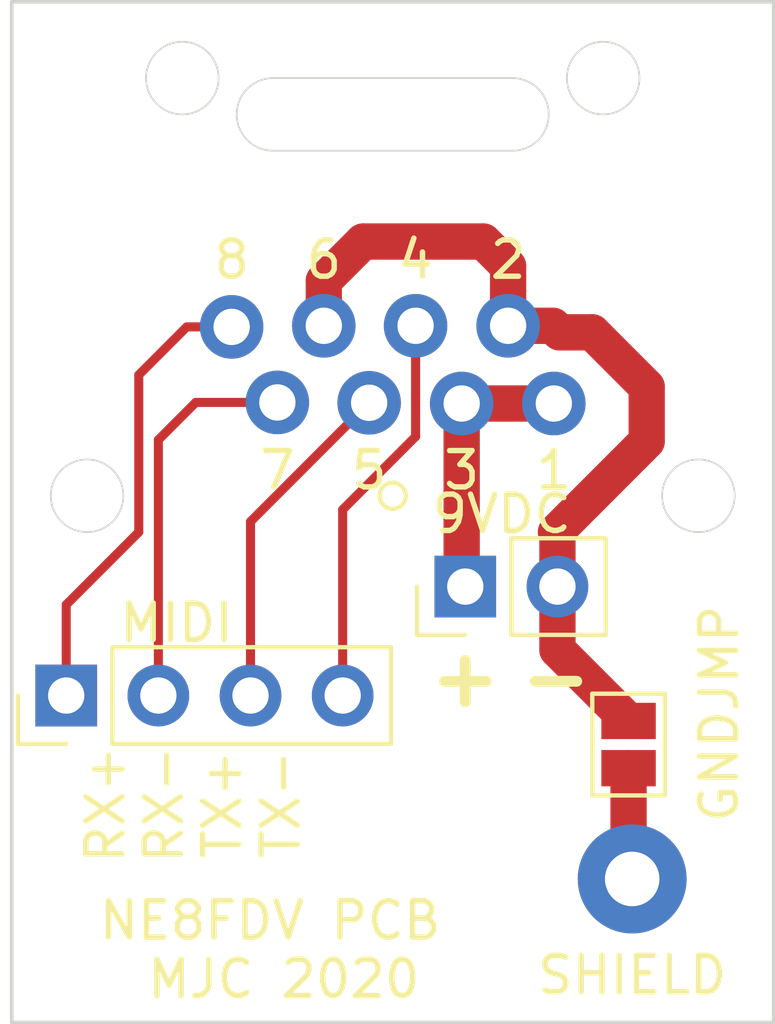
<source format=kicad_pcb>
(kicad_pcb (version 20171130) (host pcbnew "(5.1.5)-3")

  (general
    (thickness 1.6)
    (drawings 17)
    (tracks 34)
    (zones 0)
    (modules 12)
    (nets 1)
  )

  (page A4)
  (layers
    (0 F.Cu signal)
    (31 B.Cu signal)
    (33 F.Adhes user hide)
    (35 F.Paste user hide)
    (37 F.SilkS user)
    (38 B.Mask user)
    (39 F.Mask user)
    (40 Dwgs.User user hide)
    (41 Cmts.User user hide)
    (42 Eco1.User user hide)
    (43 Eco2.User user hide)
    (44 Edge.Cuts user)
    (45 Margin user hide)
    (46 B.CrtYd user)
    (47 F.CrtYd user hide)
    (49 F.Fab user hide)
  )

  (setup
    (last_trace_width 0.25)
    (user_trace_width 1)
    (user_trace_width 3)
    (trace_clearance 0.2)
    (zone_clearance 0.508)
    (zone_45_only no)
    (trace_min 0.2)
    (via_size 0.8)
    (via_drill 0.4)
    (via_min_size 0.4)
    (via_min_drill 0.3)
    (uvia_size 0.3)
    (uvia_drill 0.1)
    (uvias_allowed no)
    (uvia_min_size 0.2)
    (uvia_min_drill 0.1)
    (edge_width 0.05)
    (segment_width 0.2)
    (pcb_text_width 0.3)
    (pcb_text_size 1.5 1.5)
    (mod_edge_width 0.12)
    (mod_text_size 1 1)
    (mod_text_width 0.15)
    (pad_size 3 3)
    (pad_drill 1.50114)
    (pad_to_mask_clearance 0.051)
    (solder_mask_min_width 0.25)
    (aux_axis_origin 135 115)
    (grid_origin 135 115)
    (visible_elements 7FFFFFFF)
    (pcbplotparams
      (layerselection 0x010e0_ffffffff)
      (usegerberextensions true)
      (usegerberattributes false)
      (usegerberadvancedattributes false)
      (creategerberjobfile true)
      (excludeedgelayer true)
      (linewidth 0.100000)
      (plotframeref false)
      (viasonmask false)
      (mode 1)
      (useauxorigin false)
      (hpglpennumber 1)
      (hpglpenspeed 20)
      (hpglpendiameter 15.000000)
      (psnegative false)
      (psa4output false)
      (plotreference true)
      (plotvalue true)
      (plotinvisibletext false)
      (padsonsilk false)
      (subtractmaskfromsilk false)
      (outputformat 1)
      (mirror false)
      (drillshape 0)
      (scaleselection 1)
      (outputdirectory ""))
  )

  (net 0 "")

  (net_class Default "This is the default net class."
    (clearance 0.2)
    (trace_width 0.25)
    (via_dia 0.8)
    (via_drill 0.4)
    (uvia_dia 0.3)
    (uvia_drill 0.1)
  )

  (module Connector_Wire:SolderWirePad_1x01_Drill1.5mm (layer F.Cu) (tedit 5E55B1AD) (tstamp 5E561F4F)
    (at 141.6 125.55)
    (descr "Wire solder connection")
    (tags connector)
    (attr virtual)
    (fp_text reference SHIELD (at 0 2.65) (layer F.SilkS)
      (effects (font (size 1 1) (thickness 0.15)))
    )
    (fp_text value SolderWirePad_1x01_Drill1.5mm (at 0 3.81) (layer F.Fab)
      (effects (font (size 1 1) (thickness 0.15)))
    )
    (fp_line (start 2.5 2.5) (end -2.5 2.5) (layer F.CrtYd) (width 0.05))
    (fp_line (start 2.5 2.5) (end 2.5 -2.5) (layer F.CrtYd) (width 0.05))
    (fp_line (start -2.5 -2.5) (end -2.5 2.5) (layer F.CrtYd) (width 0.05))
    (fp_line (start -2.5 -2.5) (end 2.5 -2.5) (layer F.CrtYd) (width 0.05))
    (fp_text user %R (at 0 0) (layer F.Fab)
      (effects (font (size 1 1) (thickness 0.15)))
    )
    (pad 1 thru_hole circle (at 0 0) (size 3 3) (drill 1.50114) (layers *.Cu *.Mask))
  )

  (module Jumper:SolderJumper-2_P1.3mm_Open_Pad1.0x1.5mm (layer F.Cu) (tedit 5A3EABFC) (tstamp 5E561DB0)
    (at 141.5 121.85 90)
    (descr "SMD Solder Jumper, 1x1.5mm Pads, 0.3mm gap, open")
    (tags "solder jumper open")
    (attr virtual)
    (fp_text reference GNDJMP (at 0.85 2.5 270) (layer F.SilkS)
      (effects (font (size 1 1) (thickness 0.15)))
    )
    (fp_text value SolderJumper-2_P1.3mm_Open_Pad1.0x1.5mm (at 0 1.9 90) (layer F.Fab)
      (effects (font (size 1 1) (thickness 0.15)))
    )
    (fp_line (start 1.65 1.25) (end -1.65 1.25) (layer F.CrtYd) (width 0.05))
    (fp_line (start 1.65 1.25) (end 1.65 -1.25) (layer F.CrtYd) (width 0.05))
    (fp_line (start -1.65 -1.25) (end -1.65 1.25) (layer F.CrtYd) (width 0.05))
    (fp_line (start -1.65 -1.25) (end 1.65 -1.25) (layer F.CrtYd) (width 0.05))
    (fp_line (start -1.4 -1) (end 1.4 -1) (layer F.SilkS) (width 0.12))
    (fp_line (start 1.4 -1) (end 1.4 1) (layer F.SilkS) (width 0.12))
    (fp_line (start 1.4 1) (end -1.4 1) (layer F.SilkS) (width 0.12))
    (fp_line (start -1.4 1) (end -1.4 -1) (layer F.SilkS) (width 0.12))
    (pad 1 smd rect (at -0.65 0 90) (size 1 1.5) (layers F.Cu F.Mask))
    (pad 2 smd rect (at 0.65 0 90) (size 1 1.5) (layers F.Cu F.Mask))
  )

  (module Connector_PinHeader_2.54mm:PinHeader_1x02_P2.54mm_Vertical (layer F.Cu) (tedit 59FED5CC) (tstamp 5E5617EC)
    (at 137 117.5 90)
    (descr "Through hole straight pin header, 1x02, 2.54mm pitch, single row")
    (tags "Through hole pin header THT 1x02 2.54mm single row")
    (fp_text reference 9VDC (at 2 1 180) (layer F.SilkS)
      (effects (font (size 1 1) (thickness 0.15)))
    )
    (fp_text value PinHeader_1x02_P2.54mm_Vertical (at 0 5.31 90) (layer F.Fab)
      (effects (font (size 1 1) (thickness 0.15)))
    )
    (fp_text user %R (at 0 1.27) (layer F.Fab)
      (effects (font (size 1 1) (thickness 0.15)))
    )
    (fp_line (start 1.8 -1.8) (end -1.8 -1.8) (layer F.CrtYd) (width 0.05))
    (fp_line (start 1.8 4.35) (end 1.8 -1.8) (layer F.CrtYd) (width 0.05))
    (fp_line (start -1.8 4.35) (end 1.8 4.35) (layer F.CrtYd) (width 0.05))
    (fp_line (start -1.8 -1.8) (end -1.8 4.35) (layer F.CrtYd) (width 0.05))
    (fp_line (start -1.33 -1.33) (end 0 -1.33) (layer F.SilkS) (width 0.12))
    (fp_line (start -1.33 0) (end -1.33 -1.33) (layer F.SilkS) (width 0.12))
    (fp_line (start -1.33 1.27) (end 1.33 1.27) (layer F.SilkS) (width 0.12))
    (fp_line (start 1.33 1.27) (end 1.33 3.87) (layer F.SilkS) (width 0.12))
    (fp_line (start -1.33 1.27) (end -1.33 3.87) (layer F.SilkS) (width 0.12))
    (fp_line (start -1.33 3.87) (end 1.33 3.87) (layer F.SilkS) (width 0.12))
    (fp_line (start -1.27 -0.635) (end -0.635 -1.27) (layer F.Fab) (width 0.1))
    (fp_line (start -1.27 3.81) (end -1.27 -0.635) (layer F.Fab) (width 0.1))
    (fp_line (start 1.27 3.81) (end -1.27 3.81) (layer F.Fab) (width 0.1))
    (fp_line (start 1.27 -1.27) (end 1.27 3.81) (layer F.Fab) (width 0.1))
    (fp_line (start -0.635 -1.27) (end 1.27 -1.27) (layer F.Fab) (width 0.1))
    (pad 2 thru_hole oval (at 0 2.54 90) (size 1.7 1.7) (drill 1) (layers *.Cu *.Mask))
    (pad 1 thru_hole rect (at 0 0 90) (size 1.7 1.7) (drill 1) (layers *.Cu *.Mask))
    (model ${KISYS3DMOD}/Connector_PinHeader_2.54mm.3dshapes/PinHeader_1x02_P2.54mm_Vertical.wrl
      (at (xyz 0 0 0))
      (scale (xyz 1 1 1))
      (rotate (xyz 0 0 0))
    )
  )

  (module Connector_PinHeader_2.54mm:PinHeader_1x04_P2.54mm_Vertical (layer F.Cu) (tedit 59FED5CC) (tstamp 5E561735)
    (at 126 120.5 90)
    (descr "Through hole straight pin header, 1x04, 2.54mm pitch, single row")
    (tags "Through hole pin header THT 1x04 2.54mm single row")
    (fp_text reference MIDI (at 2 3.04 180) (layer F.SilkS)
      (effects (font (size 1 1) (thickness 0.15)))
    )
    (fp_text value PinHeader_1x04_P2.54mm_Vertical (at 0 10.39 90) (layer F.Fab)
      (effects (font (size 1 1) (thickness 0.15)))
    )
    (fp_text user %R (at 0 3.81) (layer F.Fab)
      (effects (font (size 1 1) (thickness 0.15)))
    )
    (fp_line (start 1.8 -1.8) (end -1.8 -1.8) (layer F.CrtYd) (width 0.05))
    (fp_line (start 1.8 9.4) (end 1.8 -1.8) (layer F.CrtYd) (width 0.05))
    (fp_line (start -1.8 9.4) (end 1.8 9.4) (layer F.CrtYd) (width 0.05))
    (fp_line (start -1.8 -1.8) (end -1.8 9.4) (layer F.CrtYd) (width 0.05))
    (fp_line (start -1.33 -1.33) (end 0 -1.33) (layer F.SilkS) (width 0.12))
    (fp_line (start -1.33 0) (end -1.33 -1.33) (layer F.SilkS) (width 0.12))
    (fp_line (start -1.33 1.27) (end 1.33 1.27) (layer F.SilkS) (width 0.12))
    (fp_line (start 1.33 1.27) (end 1.33 8.95) (layer F.SilkS) (width 0.12))
    (fp_line (start -1.33 1.27) (end -1.33 8.95) (layer F.SilkS) (width 0.12))
    (fp_line (start -1.33 8.95) (end 1.33 8.95) (layer F.SilkS) (width 0.12))
    (fp_line (start -1.27 -0.635) (end -0.635 -1.27) (layer F.Fab) (width 0.1))
    (fp_line (start -1.27 8.89) (end -1.27 -0.635) (layer F.Fab) (width 0.1))
    (fp_line (start 1.27 8.89) (end -1.27 8.89) (layer F.Fab) (width 0.1))
    (fp_line (start 1.27 -1.27) (end 1.27 8.89) (layer F.Fab) (width 0.1))
    (fp_line (start -0.635 -1.27) (end 1.27 -1.27) (layer F.Fab) (width 0.1))
    (pad 4 thru_hole oval (at 0 7.62 90) (size 1.7 1.7) (drill 1) (layers *.Cu *.Mask))
    (pad 3 thru_hole oval (at 0 5.08 90) (size 1.7 1.7) (drill 1) (layers *.Cu *.Mask))
    (pad 2 thru_hole oval (at 0 2.54 90) (size 1.7 1.7) (drill 1) (layers *.Cu *.Mask))
    (pad 1 thru_hole rect (at 0 0 90) (size 1.7 1.7) (drill 1) (layers *.Cu *.Mask))
    (model ${KISYS3DMOD}/Connector_PinHeader_2.54mm.3dshapes/PinHeader_1x04_P2.54mm_Vertical.wrl
      (at (xyz 0 0 0))
      (scale (xyz 1 1 1))
      (rotate (xyz 0 0 0))
    )
  )

  (module Connector_Wire:SolderWirePad_1x01_Drill1mm (layer F.Cu) (tedit 5E55B1E2) (tstamp 5E56045A)
    (at 138.18 110.32)
    (descr "Wire solder connection")
    (tags connector)
    (attr virtual)
    (fp_text reference 2 (at 0 -1.82) (layer F.SilkS)
      (effects (font (size 1 1) (thickness 0.15)))
    )
    (fp_text value SolderWirePad_1x01_Drill1mm (at 0 3.175) (layer F.Fab)
      (effects (font (size 1 1) (thickness 0.15)))
    )
    (fp_line (start 1.75 1.75) (end -1.75 1.75) (layer F.CrtYd) (width 0.05))
    (fp_line (start 1.75 1.75) (end 1.75 -1.75) (layer F.CrtYd) (width 0.05))
    (fp_line (start -1.75 -1.75) (end -1.75 1.75) (layer F.CrtYd) (width 0.05))
    (fp_line (start -1.75 -1.75) (end 1.75 -1.75) (layer F.CrtYd) (width 0.05))
    (fp_text user %R (at 0 0) (layer F.Fab)
      (effects (font (size 1 1) (thickness 0.15)))
    )
    (pad 1 thru_hole circle (at 0 0) (size 1.75 1.75) (drill 1.00076) (layers *.Cu *.Mask))
  )

  (module Connector_Wire:SolderWirePad_1x01_Drill1mm (layer F.Cu) (tedit 5E55B1DE) (tstamp 5E56045A)
    (at 135.63 110.32)
    (descr "Wire solder connection")
    (tags connector)
    (attr virtual)
    (fp_text reference 4 (at 0 -1.82) (layer F.SilkS)
      (effects (font (size 1 1) (thickness 0.15)))
    )
    (fp_text value SolderWirePad_1x01_Drill1mm (at 0 3.175) (layer F.Fab)
      (effects (font (size 1 1) (thickness 0.15)))
    )
    (fp_line (start 1.75 1.75) (end -1.75 1.75) (layer F.CrtYd) (width 0.05))
    (fp_line (start 1.75 1.75) (end 1.75 -1.75) (layer F.CrtYd) (width 0.05))
    (fp_line (start -1.75 -1.75) (end -1.75 1.75) (layer F.CrtYd) (width 0.05))
    (fp_line (start -1.75 -1.75) (end 1.75 -1.75) (layer F.CrtYd) (width 0.05))
    (fp_text user %R (at 0 0) (layer F.Fab)
      (effects (font (size 1 1) (thickness 0.15)))
    )
    (pad 1 thru_hole circle (at 0 0) (size 1.75 1.75) (drill 1.00076) (layers *.Cu *.Mask))
  )

  (module Connector_Wire:SolderWirePad_1x01_Drill1mm (layer F.Cu) (tedit 5E55B1D8) (tstamp 5E56045A)
    (at 133.1 110.32)
    (descr "Wire solder connection")
    (tags connector)
    (attr virtual)
    (fp_text reference 6 (at 0 -1.82) (layer F.SilkS)
      (effects (font (size 1 1) (thickness 0.15)))
    )
    (fp_text value SolderWirePad_1x01_Drill1mm (at 0 3.175) (layer F.Fab)
      (effects (font (size 1 1) (thickness 0.15)))
    )
    (fp_line (start 1.75 1.75) (end -1.75 1.75) (layer F.CrtYd) (width 0.05))
    (fp_line (start 1.75 1.75) (end 1.75 -1.75) (layer F.CrtYd) (width 0.05))
    (fp_line (start -1.75 -1.75) (end -1.75 1.75) (layer F.CrtYd) (width 0.05))
    (fp_line (start -1.75 -1.75) (end 1.75 -1.75) (layer F.CrtYd) (width 0.05))
    (fp_text user %R (at 0 0) (layer F.Fab)
      (effects (font (size 1 1) (thickness 0.15)))
    )
    (pad 1 thru_hole circle (at 0 0) (size 1.75 1.75) (drill 1.00076) (layers *.Cu *.Mask))
  )

  (module Connector_Wire:SolderWirePad_1x01_Drill1mm (layer F.Cu) (tedit 5E55B1B9) (tstamp 5E560735)
    (at 131.82 112.43)
    (descr "Wire solder connection")
    (tags connector)
    (attr virtual)
    (fp_text reference 7 (at 0 1.87) (layer F.SilkS)
      (effects (font (size 1 1) (thickness 0.15)))
    )
    (fp_text value SolderWirePad_1x01_Drill1mm (at 0 3.175) (layer F.Fab)
      (effects (font (size 1 1) (thickness 0.15)))
    )
    (fp_line (start 1.75 1.75) (end -1.75 1.75) (layer F.CrtYd) (width 0.05))
    (fp_line (start 1.75 1.75) (end 1.75 -1.75) (layer F.CrtYd) (width 0.05))
    (fp_line (start -1.75 -1.75) (end -1.75 1.75) (layer F.CrtYd) (width 0.05))
    (fp_line (start -1.75 -1.75) (end 1.75 -1.75) (layer F.CrtYd) (width 0.05))
    (fp_text user %R (at 0 0) (layer F.Fab)
      (effects (font (size 1 1) (thickness 0.15)))
    )
    (pad 1 thru_hole circle (at 0 0) (size 1.75 1.75) (drill 1.00076) (layers *.Cu *.Mask))
  )

  (module Connector_Wire:SolderWirePad_1x01_Drill1mm (layer F.Cu) (tedit 5E55B1C2) (tstamp 5E56045A)
    (at 134.35 112.44)
    (descr "Wire solder connection")
    (tags connector)
    (attr virtual)
    (fp_text reference 5 (at 0 1.86) (layer F.SilkS)
      (effects (font (size 1 1) (thickness 0.15)))
    )
    (fp_text value SolderWirePad_1x01_Drill1mm (at 0 3.175) (layer F.Fab)
      (effects (font (size 1 1) (thickness 0.15)))
    )
    (fp_line (start 1.75 1.75) (end -1.75 1.75) (layer F.CrtYd) (width 0.05))
    (fp_line (start 1.75 1.75) (end 1.75 -1.75) (layer F.CrtYd) (width 0.05))
    (fp_line (start -1.75 -1.75) (end -1.75 1.75) (layer F.CrtYd) (width 0.05))
    (fp_line (start -1.75 -1.75) (end 1.75 -1.75) (layer F.CrtYd) (width 0.05))
    (fp_text user %R (at 0 0) (layer F.Fab)
      (effects (font (size 1 1) (thickness 0.15)))
    )
    (pad 1 thru_hole circle (at 0 0) (size 1.75 1.75) (drill 1.00076) (layers *.Cu *.Mask))
  )

  (module Connector_Wire:SolderWirePad_1x01_Drill1mm (layer F.Cu) (tedit 5E55B1C8) (tstamp 5E56045A)
    (at 136.9 112.46)
    (descr "Wire solder connection")
    (tags connector)
    (attr virtual)
    (fp_text reference 3 (at 0 1.84) (layer F.SilkS)
      (effects (font (size 1 1) (thickness 0.15)))
    )
    (fp_text value SolderWirePad_1x01_Drill1mm (at 0 3.175) (layer F.Fab)
      (effects (font (size 1 1) (thickness 0.15)))
    )
    (fp_line (start 1.75 1.75) (end -1.75 1.75) (layer F.CrtYd) (width 0.05))
    (fp_line (start 1.75 1.75) (end 1.75 -1.75) (layer F.CrtYd) (width 0.05))
    (fp_line (start -1.75 -1.75) (end -1.75 1.75) (layer F.CrtYd) (width 0.05))
    (fp_line (start -1.75 -1.75) (end 1.75 -1.75) (layer F.CrtYd) (width 0.05))
    (fp_text user %R (at 0 0) (layer F.Fab)
      (effects (font (size 1 1) (thickness 0.15)))
    )
    (pad 1 thru_hole circle (at 0 0) (size 1.75 1.75) (drill 1.00076) (layers *.Cu *.Mask))
  )

  (module Connector_Wire:SolderWirePad_1x01_Drill1mm (layer F.Cu) (tedit 5E55B1CD) (tstamp 5E560618)
    (at 139.44 112.46)
    (descr "Wire solder connection")
    (tags connector)
    (attr virtual)
    (fp_text reference 1 (at 0 1.84) (layer F.SilkS)
      (effects (font (size 1 1) (thickness 0.15)))
    )
    (fp_text value SolderWirePad_1x01_Drill1mm (at 0 3.175) (layer F.Fab)
      (effects (font (size 1 1) (thickness 0.15)))
    )
    (fp_text user %R (at 0 0) (layer F.Fab)
      (effects (font (size 1 1) (thickness 0.15)))
    )
    (fp_line (start -1.75 -1.75) (end 1.75 -1.75) (layer F.CrtYd) (width 0.05))
    (fp_line (start -1.75 -1.75) (end -1.75 1.75) (layer F.CrtYd) (width 0.05))
    (fp_line (start 1.75 1.75) (end 1.75 -1.75) (layer F.CrtYd) (width 0.05))
    (fp_line (start 1.75 1.75) (end -1.75 1.75) (layer F.CrtYd) (width 0.05))
    (pad 1 thru_hole circle (at 0 0) (size 1.75 1.75) (drill 1.00076) (layers *.Cu *.Mask))
  )

  (module Connector_Wire:SolderWirePad_1x01_Drill1mm (layer F.Cu) (tedit 5E55B1D3) (tstamp 5E5603C7)
    (at 130.56 110.35)
    (descr "Wire solder connection")
    (tags connector)
    (attr virtual)
    (fp_text reference 8 (at 0 -1.85) (layer F.SilkS)
      (effects (font (size 1 1) (thickness 0.15)))
    )
    (fp_text value SolderWirePad_1x01_Drill1mm (at 0 3.175) (layer F.Fab)
      (effects (font (size 1 1) (thickness 0.15)))
    )
    (fp_line (start 1.75 1.75) (end -1.75 1.75) (layer F.CrtYd) (width 0.05))
    (fp_line (start 1.75 1.75) (end 1.75 -1.75) (layer F.CrtYd) (width 0.05))
    (fp_line (start -1.75 -1.75) (end -1.75 1.75) (layer F.CrtYd) (width 0.05))
    (fp_line (start -1.75 -1.75) (end 1.75 -1.75) (layer F.CrtYd) (width 0.05))
    (fp_text user %R (at 0 0) (layer F.Fab)
      (effects (font (size 1 1) (thickness 0.15)))
    )
    (pad 1 thru_hole circle (at 0 0) (size 1.75 1.75) (drill 1.00076) (layers *.Cu *.Mask))
  )

  (gr_text "RX+\nRX-\nTX+\nTX-" (at 129.5 123.5 90) (layer F.SilkS)
    (effects (font (size 1 1) (thickness 0.15)))
  )
  (gr_text - (at 139.5 120) (layer F.SilkS) (tstamp 5E561DE9)
    (effects (font (size 1.5 1.5) (thickness 0.3)))
  )
  (gr_text + (at 137 120) (layer F.SilkS)
    (effects (font (size 1.5 1.5) (thickness 0.3)))
  )
  (gr_arc (start 131.7 104.5) (end 131.7 103.5) (angle -180) (layer Edge.Cuts) (width 0.05))
  (gr_arc (start 138.3 104.5) (end 138.3 105.5) (angle -180) (layer Edge.Cuts) (width 0.05))
  (gr_line (start 145.5 101.4) (end 145.5 129.5) (layer Edge.Cuts) (width 0.1))
  (gr_line (start 124.5 101.4) (end 145.5 101.4) (layer Edge.Cuts) (width 0.1))
  (gr_line (start 124.5 129.5) (end 124.5 101.4) (layer Edge.Cuts) (width 0.1))
  (gr_line (start 145.5 129.5) (end 124.5 129.5) (layer Edge.Cuts) (width 0.1))
  (gr_line (start 131.7 105.5) (end 138.3 105.5) (layer Edge.Cuts) (width 0.05) (tstamp 5E560785))
  (gr_line (start 131.7 103.5) (end 138.3 103.5) (layer Edge.Cuts) (width 0.05) (tstamp 5E560784))
  (gr_circle (center 129.2 103.5) (end 130.2 103.5) (layer Edge.Cuts) (width 0.05) (tstamp 5E55AB8D))
  (gr_circle (center 140.8 103.5) (end 141.8 103.5) (layer Edge.Cuts) (width 0.05) (tstamp 5E55AB8D))
  (gr_circle (center 126.575 115) (end 127.575 115) (layer Edge.Cuts) (width 0.05) (tstamp 5E5603F3))
  (gr_circle (center 143.425 115) (end 144.425 115) (layer Edge.Cuts) (width 0.05))
  (gr_text "NE8FDV PCB \nMJC 2020" (at 132 127.5) (layer F.SilkS)
    (effects (font (size 1 1) (thickness 0.15)))
  )
  (gr_circle (center 135 115) (end 135.3 115.2) (layer F.SilkS) (width 0.12))

  (segment (start 141.54 125.49) (end 141.6 125.55) (width 0.25) (layer F.Cu) (net 0))
  (segment (start 139.54 119.24) (end 141.5 121.2) (width 1) (layer F.Cu) (net 0))
  (segment (start 139.54 117.5) (end 139.54 119.24) (width 1) (layer F.Cu) (net 0))
  (segment (start 141.5 125.45) (end 141.6 125.55) (width 1) (layer F.Cu) (net 0))
  (segment (start 141.5 122.5) (end 141.5 125.45) (width 1) (layer F.Cu) (net 0))
  (segment (start 136.9 112.46) (end 139.44 112.46) (width 1) (layer F.Cu) (net 0))
  (segment (start 136.9 117.4) (end 137 117.5) (width 1) (layer F.Cu) (net 0))
  (segment (start 136.9 112.46) (end 136.9 117.4) (width 1) (layer F.Cu) (net 0))
  (segment (start 137.5 108) (end 138.18 108.68) (width 1) (layer F.Cu) (net 0))
  (segment (start 134.182564 108) (end 137.5 108) (width 1) (layer F.Cu) (net 0))
  (segment (start 138.18 108.68) (end 138.18 110.32) (width 1) (layer F.Cu) (net 0))
  (segment (start 133.1 110.32) (end 133.1 109.082564) (width 1) (layer F.Cu) (net 0))
  (segment (start 133.1 109.082564) (end 134.182564 108) (width 1) (layer F.Cu) (net 0))
  (segment (start 139.5 116) (end 139.54 116.04) (width 1) (layer F.Cu) (net 0))
  (segment (start 139.597436 110.5) (end 140.5 110.5) (width 1) (layer F.Cu) (net 0))
  (segment (start 142 113.5) (end 139.5 116) (width 1) (layer F.Cu) (net 0))
  (segment (start 142 112) (end 142 113.5) (width 1) (layer F.Cu) (net 0))
  (segment (start 140.5 110.5) (end 142 112) (width 1) (layer F.Cu) (net 0))
  (segment (start 138.18 110.32) (end 139.417436 110.32) (width 1) (layer F.Cu) (net 0))
  (segment (start 139.417436 110.32) (end 139.597436 110.5) (width 1) (layer F.Cu) (net 0))
  (segment (start 139.54 116.04) (end 139.54 117.5) (width 1) (layer F.Cu) (net 0))
  (segment (start 126 118) (end 126 120.5) (width 0.25) (layer F.Cu) (net 0))
  (segment (start 128 111.672564) (end 128 116) (width 0.25) (layer F.Cu) (net 0))
  (segment (start 128 116) (end 126 118) (width 0.25) (layer F.Cu) (net 0))
  (segment (start 130.56 110.35) (end 129.322564 110.35) (width 0.25) (layer F.Cu) (net 0))
  (segment (start 129.322564 110.35) (end 128 111.672564) (width 0.25) (layer F.Cu) (net 0))
  (segment (start 131.82 112.43) (end 129.57 112.43) (width 0.25) (layer F.Cu) (net 0))
  (segment (start 128.54 113.46) (end 128.54 120.5) (width 0.25) (layer F.Cu) (net 0))
  (segment (start 129.57 112.43) (end 128.54 113.46) (width 0.25) (layer F.Cu) (net 0))
  (segment (start 131.08 115.71) (end 131.08 120.5) (width 0.25) (layer F.Cu) (net 0))
  (segment (start 134.35 112.44) (end 131.08 115.71) (width 0.25) (layer F.Cu) (net 0))
  (segment (start 135.63 110.32) (end 135.63 113.37) (width 0.25) (layer F.Cu) (net 0))
  (segment (start 133.62 115.38) (end 133.62 120.5) (width 0.25) (layer F.Cu) (net 0))
  (segment (start 135.63 113.37) (end 133.62 115.38) (width 0.25) (layer F.Cu) (net 0))

)

</source>
